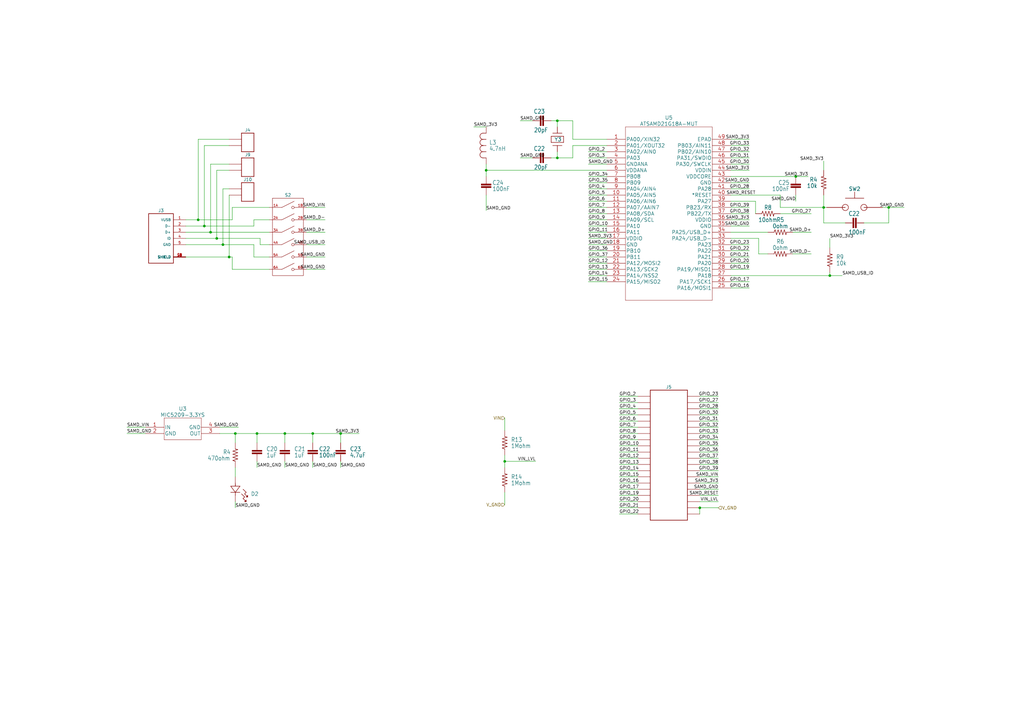
<source format=kicad_sch>
(kicad_sch (version 20230121) (generator eeschema)
  (paper "A3")
  (title_block (title "SAMD Microcontroller Board") (date "2023-03-28") (rev "1"))
  (lib_symbols
    (symbol "Custom_Microcontroller:10118193-0001LF" (pin_names (offset 1.016))
      (property "Reference" "J" (at -1.27 11.43 0))
      (symbol "10118193-0001LF_0_0"
        (rectangle (start -5.08 10.16) (end 5.08 -10.16) (stroke (width 0.254)))
        (pin passive line (at -10.16 7.62 0) (length 5.08) (name "VUSB") (number "1"))
        (pin passive line (at -10.16 5.08 0) (length 5.08) (name "D-") (number "2"))
        (pin passive line (at -10.16 2.54 0) (length 5.08) (name "D+") (number "3"))
        (pin passive line (at -10.16 0 0) (length 5.08) (name "ID") (number "4"))
        (pin passive line (at -10.16 -2.54 0) (length 5.08) (name "GND") (number "5"))
        (pin passive line (at -10.16 -7.62 0) (length 5.08) (name "SHIELD") (number "S1"))
        (pin passive line (at -10.16 -7.62 0) (length 5.08) (name "SHIELD") (number "S2"))
        (pin passive line (at -10.16 -7.62 0) (length 5.08) (name "SHIELD") (number "S3"))
        (pin passive line (at -10.16 -7.62 0) (length 5.08) (name "SHIELD") (number "S4"))
        (pin passive line (at -10.16 -7.62 0) (length 5.08) (name "SHIELD") (number "S5"))
        (pin passive line (at -10.16 -7.62 0) (length 5.08) (name "SHIELD") (number "S6"))
      )
    )
    (symbol "Custom_Microcontroller:ATSAMD21G18A-MUT" (pin_names (offset 0.254))
      (property "Reference" "U" (at 0 36.83 0))
      (property "Value" "ATSAMD21G18A-MUT" (at 0 34.29 0))
      (symbol "ATSAMD21G18A-MUT_1_1"
        (polyline (pts (xy -17.78 -39.37) (xy 17.78 -39.37)) (stroke (width 0.127)))
        (polyline (pts (xy -17.78 31.75) (xy -17.78 -39.37)) (stroke (width 0.127)))
        (polyline (pts (xy 17.78 -39.37) (xy 17.78 31.75)) (stroke (width 0.127)))
        (polyline (pts (xy 17.78 31.75) (xy -17.78 31.75)) (stroke (width 0.127)))
        (pin passive line (at -25.4 26.67 0) (length 7.62) (name "PA00/XIN32") (number "1"))
        (pin passive line (at -25.4 3.81 0) (length 7.62) (name "PA05/AIN5") (number "10"))
        (pin passive line (at -25.4 1.27 0) (length 7.62) (name "PA06/AIN6") (number "11"))
        (pin passive line (at -25.4 -1.27 0) (length 7.62) (name "PA07/AAIN7") (number "12"))
        (pin passive line (at -25.4 -3.81 0) (length 7.62) (name "PA08/SDA") (number "13"))
        (pin passive line (at -25.4 -6.35 0) (length 7.62) (name "PA09/SCL") (number "14"))
        (pin passive line (at -25.4 -8.89 0) (length 7.62) (name "PA10") (number "15"))
        (pin passive line (at -25.4 -11.43 0) (length 7.62) (name "PA11") (number "16"))
        (pin passive line (at -25.4 -13.97 0) (length 7.62) (name "VDDIO") (number "17"))
        (pin passive line (at -25.4 -16.51 0) (length 7.62) (name "GND") (number "18"))
        (pin passive line (at -25.4 -19.05 0) (length 7.62) (name "PB10") (number "19"))
        (pin passive line (at -25.4 24.13 0) (length 7.62) (name "PA01/XOUT32") (number "2"))
        (pin passive line (at -25.4 -21.59 0) (length 7.62) (name "PB11") (number "20"))
        (pin passive line (at -25.4 -24.13 0) (length 7.62) (name "PA12/MOSI2") (number "21"))
        (pin passive line (at -25.4 -26.67 0) (length 7.62) (name "PA13/SCK2") (number "22"))
        (pin passive line (at -25.4 -29.21 0) (length 7.62) (name "PA14/NSS2") (number "23"))
        (pin passive line (at -25.4 -31.75 0) (length 7.62) (name "PA15/MISO2") (number "24"))
        (pin passive line (at 25.4 -34.29 180) (length 7.62) (name "PA16/MOSI1") (number "25"))
        (pin passive line (at 25.4 -31.75 180) (length 7.62) (name "PA17/SCK1") (number "26"))
        (pin passive line (at 25.4 -29.21 180) (length 7.62) (name "PA18") (number "27"))
        (pin passive line (at 25.4 -26.67 180) (length 7.62) (name "PA19/MISO1") (number "28"))
        (pin passive line (at 25.4 -24.13 180) (length 7.62) (name "PA20") (number "29"))
        (pin passive line (at -25.4 21.59 0) (length 7.62) (name "PA02/AIN0") (number "3"))
        (pin passive line (at 25.4 -21.59 180) (length 7.62) (name "PA21") (number "30"))
        (pin passive line (at 25.4 -19.05 180) (length 7.62) (name "PA22") (number "31"))
        (pin passive line (at 25.4 -16.51 180) (length 7.62) (name "PA23") (number "32"))
        (pin passive line (at 25.4 -13.97 180) (length 7.62) (name "PA24/USB_D-") (number "33"))
        (pin passive line (at 25.4 -11.43 180) (length 7.62) (name "PA25/USB_D+") (number "34"))
        (pin passive line (at 25.4 -8.89 180) (length 7.62) (name "GND") (number "35"))
        (pin passive line (at 25.4 -6.35 180) (length 7.62) (name "VDDIO") (number "36"))
        (pin passive line (at 25.4 -3.81 180) (length 7.62) (name "PB22/TX") (number "37"))
        (pin passive line (at 25.4 -1.27 180) (length 7.62) (name "PB23/RX") (number "38"))
        (pin passive line (at 25.4 1.27 180) (length 7.62) (name "PA27") (number "39"))
        (pin passive line (at -25.4 19.05 0) (length 7.62) (name "PA03") (number "4"))
        (pin passive line (at 25.4 3.81 180) (length 7.62) (name "*RESET") (number "40"))
        (pin passive line (at 25.4 6.35 180) (length 7.62) (name "PA28") (number "41"))
        (pin passive line (at 25.4 8.89 180) (length 7.62) (name "GND") (number "42"))
        (pin passive line (at 25.4 11.43 180) (length 7.62) (name "VDDCORE") (number "43"))
        (pin passive line (at 25.4 13.97 180) (length 7.62) (name "VDDIN") (number "44"))
        (pin passive line (at 25.4 16.51 180) (length 7.62) (name "PA30/SWCLK") (number "45"))
        (pin passive line (at 25.4 19.05 180) (length 7.62) (name "PA31/SWDIO") (number "46"))
        (pin passive line (at 25.4 21.59 180) (length 7.62) (name "PB02/AIN10") (number "47"))
        (pin passive line (at 25.4 24.13 180) (length 7.62) (name "PB03/AIN11") (number "48"))
        (pin passive line (at 25.4 26.67 180) (length 7.62) (name "EPAD") (number "49"))
        (pin passive line (at -25.4 16.51 0) (length 7.62) (name "GNDANA") (number "5"))
        (pin passive line (at -25.4 13.97 0) (length 7.62) (name "VDDANA") (number "6"))
        (pin passive line (at -25.4 11.43 0) (length 7.62) (name "PB08") (number "7"))
        (pin passive line (at -25.4 8.89 0) (length 7.62) (name "PB09") (number "8"))
        (pin passive line (at -25.4 6.35 0) (length 7.62) (name "PA04/AIN4") (number "9"))
      )
    )
    (symbol "Custom_Microcontroller:C_0603_100nF" (pin_numbers hide) (pin_names hide)
      (property "Reference" "C" (at -0.8599 2.4455 0))
      (property "Value" "100nF" (at -2.54 -5.08 0))
      (symbol "C_0603_100nF_1_0"
        (rectangle (start -0.762 -2.032) (end -0.254 2.032) (fill (type outline)))
        (polyline (pts (xy -1.27 0) (xy -0.762 0)) (stroke (width 0.1524)))
        (polyline (pts (xy 1.27 0) (xy 0.762 0)) (stroke (width 0.1524)))
        (rectangle (start 0.762 -2.032) (end 0.254 2.032) (fill (type outline)))
        (pin passive line (at -3.81 0 0) (length 2.54) (name "1") (number "1"))
        (pin passive line (at 3.81 0 180) (length 2.54) (name "2") (number "2"))
      )
    )
    (symbol "Custom_Microcontroller:C_0603_1uF" (pin_numbers hide) (pin_names hide)
      (property "Reference" "C" (at -0.8599 2.4455 0))
      (property "Value" "1uF" (at -2.0411 -4.699 0))
      (symbol "C_0603_1uF_1_0"
        (rectangle (start -0.762 -2.032) (end -0.254 2.032) (fill (type outline)))
        (polyline (pts (xy -1.27 0) (xy -0.762 0)) (stroke (width 0.1524)))
        (polyline (pts (xy 1.27 0) (xy 0.762 0)) (stroke (width 0.1524)))
        (rectangle (start 0.762 -2.032) (end 0.254 2.032) (fill (type outline)))
        (pin passive line (at -3.81 0 0) (length 2.54) (name "1") (number "1"))
        (pin passive line (at 3.81 0 180) (length 2.54) (name "2") (number "2"))
      )
    )
    (symbol "Custom_Microcontroller:C_0603_20pF" (pin_numbers hide) (pin_names hide)
      (property "Reference" "C" (at -0.8599 2.4455 0))
      (property "Value" "20pF" (at -2.54 -5.08 0))
      (symbol "C_0603_20pF_1_0"
        (rectangle (start -0.762 -2.032) (end -0.254 2.032) (fill (type outline)))
        (polyline (pts (xy -1.27 0) (xy -0.762 0)) (stroke (width 0.1524)))
        (polyline (pts (xy 1.27 0) (xy 0.762 0)) (stroke (width 0.1524)))
        (rectangle (start 0.762 -2.032) (end 0.254 2.032) (fill (type outline)))
        (pin passive line (at -3.81 0 0) (length 2.54) (name "1") (number "1"))
        (pin passive line (at 3.81 0 180) (length 2.54) (name "2") (number "2"))
      )
    )
    (symbol "Custom_Microcontroller:C_0603_4.7uF" (pin_numbers hide) (pin_names hide)
      (property "Reference" "C" (at -0.8599 2.4455 0))
      (property "Value" "4.7uF" (at -2.0411 -4.699 0))
      (symbol "C_0603_4.7uF_1_0"
        (rectangle (start -0.762 -2.032) (end -0.254 2.032) (fill (type outline)))
        (polyline (pts (xy -1.27 0) (xy -0.762 0)) (stroke (width 0.1524)))
        (polyline (pts (xy 1.27 0) (xy 0.762 0)) (stroke (width 0.1524)))
        (rectangle (start 0.762 -2.032) (end 0.254 2.032) (fill (type outline)))
        (pin passive line (at -3.81 0 0) (length 2.54) (name "1") (number "1"))
        (pin passive line (at 3.81 0 180) (length 2.54) (name "2") (number "2"))
      )
    )
    (symbol "Custom_Microcontroller:Crystal_32.768kHz" (pin_numbers hide) (pin_names hide)
      (property "Reference" "Y" (at 0 4.445 0))
      (symbol "Crystal_32.768kHz_1_1"
        (polyline (pts (xy -2.54 -1.905) (xy -2.54 1.905)) (stroke (width 0.2032)))
        (polyline (pts (xy -1.27 -2.54) (xy -1.27 2.54)) (stroke (width 0.2032)))
        (polyline (pts (xy -1.27 2.54) (xy 1.27 2.54)) (stroke (width 0.2032)))
        (polyline (pts (xy 1.27 -2.54) (xy -1.27 -2.54)) (stroke (width 0.2032)))
        (polyline (pts (xy 1.27 2.54) (xy 1.27 -2.54)) (stroke (width 0.2032)))
        (polyline (pts (xy 2.54 -1.905) (xy 2.54 1.905)) (stroke (width 0.2032)))
        (pin passive line (at -5.08 0 0) (length 2.54) (name "1") (number "1"))
        (pin passive line (at 5.08 0 180) (length 2.54) (name "2") (number "2"))
      )
    )
    (symbol "Custom_Microcontroller:HEADER-1X2" (pin_numbers hide) (pin_names hide)
      (property "Reference" "J" (at 0 6.35 0))
      (symbol "HEADER-1X2_1_0"
        (polyline (pts (xy -2.54 -2.54) (xy -2.54 5.08)) (stroke (width 0.254)))
        (polyline (pts (xy -2.54 5.08) (xy 2.54 5.08)) (stroke (width 0.254)))
        (polyline (pts (xy 2.54 -2.54) (xy -2.54 -2.54)) (stroke (width 0.254)))
        (polyline (pts (xy 2.54 5.08) (xy 2.54 -2.54)) (stroke (width 0.254)))
        (pin passive line (at 7.62 2.54 180) (length 5.08) (name "1") (number "1"))
        (pin passive line (at 7.62 0 180) (length 5.08) (name "2") (number "2"))
      )
    )
    (symbol "Custom_Microcontroller:HEADER-2x20" (pin_numbers hide) (pin_names hide)
      (property "Reference" "J" (at -1.27 27.94 0))
      (symbol "HEADER-2x20_1_0"
        (polyline (pts (xy -7.62 -26.67) (xy -7.62 26.67)) (stroke (width 0.254)))
        (polyline (pts (xy -7.62 26.67) (xy 7.62 26.67)) (stroke (width 0.254)))
        (polyline (pts (xy 7.62 -26.67) (xy -7.62 -26.67)) (stroke (width 0.254)))
        (polyline (pts (xy 7.62 26.67) (xy 7.62 -26.67)) (stroke (width 0.254)))
        (pin passive line (at -12.7 24.13 0) (length 5.08) (name "1") (number "P$1"))
        (pin passive line (at -12.7 1.27 0) (length 5.08) (name "10") (number "P$10"))
        (pin passive line (at -12.7 -1.27 0) (length 5.08) (name "11") (number "P$11"))
        (pin passive line (at -12.7 -3.81 0) (length 5.08) (name "12") (number "P$12"))
        (pin passive line (at -12.7 -6.35 0) (length 5.08) (name "13") (number "P$13"))
        (pin passive line (at -12.7 -8.89 0) (length 5.08) (name "14") (number "P$14"))
        (pin passive line (at -12.7 -11.43 0) (length 5.08) (name "15") (number "P$15"))
        (pin passive line (at -12.7 -13.97 0) (length 5.08) (name "16") (number "P$16"))
        (pin passive line (at -12.7 -16.51 0) (length 5.08) (name "17") (number "P$17"))
        (pin passive line (at -12.7 -19.05 0) (length 5.08) (name "18") (number "P$18"))
        (pin passive line (at -12.7 -21.59 0) (length 5.08) (name "19") (number "P$19"))
        (pin passive line (at -12.7 21.59 0) (length 5.08) (name "2") (number "P$2"))
        (pin passive line (at -12.7 -24.13 0) (length 5.08) (name "20") (number "P$20"))
        (pin passive line (at 12.7 24.13 180) (length 5.08) (name "21") (number "P$21"))
        (pin passive line (at 12.7 21.59 180) (length 5.08) (name "22") (number "P$22"))
        (pin passive line (at 12.7 19.05 180) (length 5.08) (name "23") (number "P$23"))
        (pin passive line (at 12.7 16.51 180) (length 5.08) (name "24") (number "P$24"))
        (pin passive line (at 12.7 13.97 180) (length 5.08) (name "25") (number "P$25"))
        (pin passive line (at 12.7 11.43 180) (length 5.08) (name "26") (number "P$26"))
        (pin passive line (at 12.7 8.89 180) (length 5.08) (name "27") (number "P$27"))
        (pin passive line (at 12.7 6.35 180) (length 5.08) (name "28") (number "P$28"))
        (pin passive line (at 12.7 3.81 180) (length 5.08) (name "29") (number "P$29"))
        (pin passive line (at -12.7 19.05 0) (length 5.08) (name "3") (number "P$3"))
        (pin passive line (at 12.7 1.27 180) (length 5.08) (name "30") (number "P$30"))
        (pin passive line (at 12.7 -1.27 180) (length 5.08) (name "31") (number "P$31"))
        (pin passive line (at 12.7 -3.81 180) (length 5.08) (name "32") (number "P$32"))
        (pin passive line (at 12.7 -6.35 180) (length 5.08) (name "33") (number "P$33"))
        (pin passive line (at 12.7 -8.89 180) (length 5.08) (name "34") (number "P$34"))
        (pin passive line (at 12.7 -11.43 180) (length 5.08) (name "35") (number "P$35"))
        (pin passive line (at 12.7 -13.97 180) (length 5.08) (name "36") (number "P$36"))
        (pin passive line (at 12.7 -16.51 180) (length 5.08) (name "37") (number "P$37"))
        (pin passive line (at 12.7 -19.05 180) (length 5.08) (name "38") (number "P$38"))
        (pin passive line (at 12.7 -21.59 180) (length 5.08) (name "39") (number "P$39"))
        (pin passive line (at -12.7 16.51 0) (length 5.08) (name "4") (number "P$4"))
        (pin passive line (at 12.7 -24.13 180) (length 5.08) (name "40") (number "P$40"))
        (pin passive line (at -12.7 13.97 0) (length 5.08) (name "5") (number "P$5"))
        (pin passive line (at -12.7 11.43 0) (length 5.08) (name "6") (number "P$6"))
        (pin passive line (at -12.7 8.89 0) (length 5.08) (name "7") (number "P$7"))
        (pin passive line (at -12.7 6.35 0) (length 5.08) (name "8") (number "P$8"))
        (pin passive line (at -12.7 3.81 0) (length 5.08) (name "9") (number "P$9"))
      )
    )
    (symbol "Custom_Microcontroller:LED_0603_Orange" (pin_numbers hide) (pin_names hide)
      (property "Reference" "D" (at 0 5.08 0))
      (symbol "LED_0603_Orange_1_1"
        (polyline (pts (xy -2.54 0) (xy -1.6002 0)) (stroke (width 0.2032)))
        (polyline (pts (xy -1.905 0) (xy -1.27 0)) (stroke (width 0.2032)))
        (polyline (pts (xy -1.27 -1.905) (xy 1.27 0)) (stroke (width 0.2032)))
        (polyline (pts (xy -1.27 1.905) (xy -1.27 -1.905)) (stroke (width 0.2032)))
        (polyline (pts (xy 0 3.175) (xy 1.27 4.445)) (stroke (width 0.2032)))
        (polyline (pts (xy 1.27 -1.905) (xy 1.27 1.905)) (stroke (width 0.2032)))
        (polyline (pts (xy 1.27 0) (xy -1.27 1.905)) (stroke (width 0.2032)))
        (polyline (pts (xy 1.27 0) (xy 2.54 0)) (stroke (width 0.2032)))
        (polyline (pts (xy 1.27 4.445) (xy 1.905 3.81)) (stroke (width 0.2032)))
        (polyline (pts (xy 1.905 2.54) (xy 3.175 3.81)) (stroke (width 0.2032)))
        (polyline (pts (xy 1.905 3.81) (xy 3.175 5.08)) (stroke (width 0.2032)))
        (polyline (pts (xy 2.54 5.08) (xy 3.175 4.445)) (stroke (width 0.2032)))
        (polyline (pts (xy 3.175 3.81) (xy 3.81 3.175)) (stroke (width 0.2032)))
        (polyline (pts (xy 3.175 4.445) (xy 3.175 5.08)) (stroke (width 0.2032)))
        (polyline (pts (xy 3.175 5.08) (xy 2.54 5.08)) (stroke (width 0.2032)))
        (polyline (pts (xy 3.81 3.175) (xy 5.08 4.445)) (stroke (width 0.2032)))
        (polyline (pts (xy 4.445 4.445) (xy 5.08 3.81)) (stroke (width 0.2032)))
        (polyline (pts (xy 5.08 3.81) (xy 5.08 4.445)) (stroke (width 0.2032)))
        (polyline (pts (xy 5.08 4.445) (xy 4.445 4.445)) (stroke (width 0.2032)))
        (pin passive line (at 5.08 0 180) (length 2.54) (name "1") (number "1"))
        (pin passive line (at -5.08 0 0) (length 2.54) (name "2") (number "2"))
      )
    )
    (symbol "Custom_Microcontroller:L_0603_4.7nH" (pin_numbers hide) (pin_names hide)
      (property "Reference" "L" (at -0.3447 3.2395 0))
      (property "Value" "4.7nH" (at -3.81 -3.81 0))
      (symbol "L_0603_4.7nH_1_0"
        (pin passive line (at -7.62 0 0) (length 2.54) (name "1") (number "1"))
        (pin passive line (at 7.62 0 180) (length 2.54) (name "2") (number "2"))
      )
      (symbol "L_0603_4.7nH_1_1"
        (arc (start -2.54 1.2755) (mid -3.81 2.54) (end -5.08 1.2755) (stroke (width 0.2032)))
        (polyline (pts (xy -5.08 0) (xy -5.08 1.27)) (stroke (width 0.2032)))
        (polyline (pts (xy -2.54 0) (xy -2.54 1.27)) (stroke (width 0.2032)))
        (polyline (pts (xy 0 0) (xy 0 1.27)) (stroke (width 0.2032)))
        (polyline (pts (xy 2.54 0) (xy 2.54 1.27)) (stroke (width 0.2032)))
        (polyline (pts (xy 5.08 0) (xy 5.08 1.27)) (stroke (width 0.2032)))
        (arc (start 0 1.2755) (mid -1.27 2.54) (end -2.54 1.2755) (stroke (width 0.2032)))
        (arc (start 2.54 1.2755) (mid 1.27 2.54) (end 0 1.2755) (stroke (width 0.2032)))
        (arc (start 5.08 1.2755) (mid 3.81 2.54) (end 2.54 1.2755) (stroke (width 0.2032)))
      )
    )
    (symbol "Custom_Microcontroller:MIC5209-3.3YS" (pin_names (offset 0.254))
      (property "Reference" "U" (at 0 6.35 0))
      (property "Value" "MIC5209-3.3YS" (at 0 -5.08 0))
      (symbol "MIC5209-3.3YS_1_1"
        (polyline (pts (xy -7.62 -3.81) (xy 7.62 -3.81)) (stroke (width 0.127)))
        (polyline (pts (xy -7.62 5.08) (xy -7.62 -3.81)) (stroke (width 0.127)))
        (polyline (pts (xy 7.62 -3.81) (xy 7.62 5.08)) (stroke (width 0.127)))
        (polyline (pts (xy 7.62 5.08) (xy -7.62 5.08)) (stroke (width 0.127)))
        (pin passive line (at -15.24 1.27 0) (length 7.62) (name "IN") (number "1"))
        (pin passive line (at -15.24 -1.27 0) (length 7.62) (name "GND") (number "2"))
        (pin passive line (at 15.24 -1.27 180) (length 7.62) (name "OUT") (number "3"))
        (pin passive line (at 15.24 1.27 180) (length 7.62) (name "GND") (number "4"))
      )
    )
    (symbol "Custom_Microcontroller:PTS636_SK25J_SMTR_LFS" (pin_numbers hide) (pin_names (offset 0.254) hide)
      (property "Reference" "SW" (at 0 7.62 0))
      (symbol "PTS636_SK25J_SMTR_LFS_1_1"
        (circle (center -3.81 0) (radius 1.27) (stroke (width 0.2)))
        (polyline (pts (xy 0 3.81) (xy 0 6.35)) (stroke (width 0.2)))
        (polyline (pts (xy 3.81 3.81) (xy -3.81 3.81)) (stroke (width 0.2)))
        (circle (center 3.81 0) (radius 1.27) (stroke (width 0.2)))
        (pin passive line (at -11.43 0 0) (length 7.62) (name "1") (number "1"))
        (pin passive line (at 11.43 0 180) (length 7.62) (name "2") (number "2"))
      )
    )
    (symbol "Custom_Microcontroller:R_0603_0ohm" (pin_numbers hide) (pin_names hide)
      (property "Reference" "R" (at -0.8054 1.519 0))
      (property "Value" "0ohm" (at -3.81 -3.81 0))
      (symbol "R_0603_0ohm_1_0"
        (polyline (pts (xy -2.54 0) (xy -2.159 1.016)) (stroke (width 0.2032)))
        (polyline (pts (xy -2.159 1.016) (xy -1.524 -1.016)) (stroke (width 0.2032)))
        (polyline (pts (xy -1.524 -1.016) (xy -0.889 1.016)) (stroke (width 0.2032)))
        (polyline (pts (xy -0.889 1.016) (xy -0.254 -1.016)) (stroke (width 0.2032)))
        (polyline (pts (xy -0.254 -1.016) (xy 0.381 1.016)) (stroke (width 0.2032)))
        (polyline (pts (xy 0.381 1.016) (xy 1.016 -1.016)) (stroke (width 0.2032)))
        (polyline (pts (xy 1.016 -1.016) (xy 1.651 1.016)) (stroke (width 0.2032)))
        (polyline (pts (xy 1.651 1.016) (xy 2.286 -1.016)) (stroke (width 0.2032)))
        (polyline (pts (xy 2.286 -1.016) (xy 2.54 0)) (stroke (width 0.2032)))
        (pin passive line (at -5.08 0 0) (length 2.54) (name "1") (number "1"))
        (pin passive line (at 5.08 0 180) (length 2.54) (name "2") (number "2"))
      )
    )
    (symbol "Custom_Microcontroller:R_0603_10kohm" (pin_numbers hide) (pin_names hide)
      (property "Reference" "R" (at -0.8054 1.519 0))
      (property "Value" "10k" (at -1.27 -3.81 0))
      (symbol "R_0603_10kohm_1_0"
        (polyline (pts (xy -2.54 0) (xy -2.159 1.016)) (stroke (width 0.2032)))
        (polyline (pts (xy -2.159 1.016) (xy -1.524 -1.016)) (stroke (width 0.2032)))
        (polyline (pts (xy -1.524 -1.016) (xy -0.889 1.016)) (stroke (width 0.2032)))
        (polyline (pts (xy -0.889 1.016) (xy -0.254 -1.016)) (stroke (width 0.2032)))
        (polyline (pts (xy -0.254 -1.016) (xy 0.381 1.016)) (stroke (width 0.2032)))
        (polyline (pts (xy 0.381 1.016) (xy 1.016 -1.016)) (stroke (width 0.2032)))
        (polyline (pts (xy 1.016 -1.016) (xy 1.651 1.016)) (stroke (width 0.2032)))
        (polyline (pts (xy 1.651 1.016) (xy 2.286 -1.016)) (stroke (width 0.2032)))
        (polyline (pts (xy 2.286 -1.016) (xy 2.54 0)) (stroke (width 0.2032)))
        (pin passive line (at -5.08 0 0) (length 2.54) (name "1") (number "1"))
        (pin passive line (at 5.08 0 180) (length 2.54) (name "2") (number "2"))
      )
    )
    (symbol "Custom_Microcontroller:R_0603_10ohm" (pin_numbers hide) (pin_names hide)
      (property "Reference" "R" (at -0.8054 1.519 0))
      (property "Value" "10ohm" (at -3.81 -3.81 0))
      (symbol "R_0603_10ohm_1_0"
        (polyline (pts (xy -2.54 0) (xy -2.159 1.016)) (stroke (width 0.2032)))
        (polyline (pts (xy -2.159 1.016) (xy -1.524 -1.016)) (stroke (width 0.2032)))
        (polyline (pts (xy -1.524 -1.016) (xy -0.889 1.016)) (stroke (width 0.2032)))
        (polyline (pts (xy -0.889 1.016) (xy -0.254 -1.016)) (stroke (width 0.2032)))
        (polyline (pts (xy -0.254 -1.016) (xy 0.381 1.016)) (stroke (width 0.2032)))
        (polyline (pts (xy 0.381 1.016) (xy 1.016 -1.016)) (stroke (width 0.2032)))
        (polyline (pts (xy 1.016 -1.016) (xy 1.651 1.016)) (stroke (width 0.2032)))
        (polyline (pts (xy 1.651 1.016) (xy 2.286 -1.016)) (stroke (width 0.2032)))
        (polyline (pts (xy 2.286 -1.016) (xy 2.54 0)) (stroke (width 0.2032)))
        (pin passive line (at -5.08 0 0) (length 2.54) (name "1") (number "1"))
        (pin passive line (at 5.08 0 180) (length 2.54) (name "2") (number "2"))
      )
    )
    (symbol "Custom_Microcontroller:R_0603_1Mohm" (pin_numbers hide) (pin_names hide)
      (property "Reference" "R" (at -0.8054 1.519 0))
      (property "Value" "1Mohm" (at -3.81 -3.81 0))
      (symbol "R_0603_1Mohm_1_0"
        (polyline (pts (xy -2.54 0) (xy -2.159 1.016)) (stroke (width 0.2032)))
        (polyline (pts (xy -2.159 1.016) (xy -1.524 -1.016)) (stroke (width 0.2032)))
        (polyline (pts (xy -1.524 -1.016) (xy -0.889 1.016)) (stroke (width 0.2032)))
        (polyline (pts (xy -0.889 1.016) (xy -0.254 -1.016)) (stroke (width 0.2032)))
        (polyline (pts (xy -0.254 -1.016) (xy 0.381 1.016)) (stroke (width 0.2032)))
        (polyline (pts (xy 0.381 1.016) (xy 1.016 -1.016)) (stroke (width 0.2032)))
        (polyline (pts (xy 1.016 -1.016) (xy 1.651 1.016)) (stroke (width 0.2032)))
        (polyline (pts (xy 1.651 1.016) (xy 2.286 -1.016)) (stroke (width 0.2032)))
        (polyline (pts (xy 2.286 -1.016) (xy 2.54 0)) (stroke (width 0.2032)))
        (pin passive line (at -5.08 0 0) (length 2.54) (name "1") (number "1"))
        (pin passive line (at 5.08 0 180) (length 2.54) (name "2") (number "2"))
      )
    )
    (symbol "Custom_Microcontroller:R_0603_470ohm" (pin_numbers hide) (pin_names hide)
      (property "Reference" "R" (at -0.8054 1.519 0))
      (property "Value" "470ohm" (at -3.81 -3.81 0))
      (symbol "R_0603_470ohm_1_0"
        (polyline (pts (xy -2.54 0) (xy -2.159 1.016)) (stroke (width 0.2032)))
        (polyline (pts (xy -2.159 1.016) (xy -1.524 -1.016)) (stroke (width 0.2032)))
        (polyline (pts (xy -1.524 -1.016) (xy -0.889 1.016)) (stroke (width 0.2032)))
        (polyline (pts (xy -0.889 1.016) (xy -0.254 -1.016)) (stroke (width 0.2032)))
        (polyline (pts (xy -0.254 -1.016) (xy 0.381 1.016)) (stroke (width 0.2032)))
        (polyline (pts (xy 0.381 1.016) (xy 1.016 -1.016)) (stroke (width 0.2032)))
        (polyline (pts (xy 1.016 -1.016) (xy 1.651 1.016)) (stroke (width 0.2032)))
        (polyline (pts (xy 1.651 1.016) (xy 2.286 -1.016)) (stroke (width 0.2032)))
        (polyline (pts (xy 2.286 -1.016) (xy 2.54 0)) (stroke (width 0.2032)))
        (pin passive line (at -5.08 0 0) (length 2.54) (name "1") (number "1"))
        (pin passive line (at 5.08 0 180) (length 2.54) (name "2") (number "2"))
      )
    )
    (symbol "Custom_Microcontroller:Switch_6POS" (pin_names (offset 1.016) hide)
      (property "Reference" "S" (at -1.27 17.78 0))
      (symbol "Switch_6POS_0_0"
        (polyline (pts (xy -2.54 -12.7) (xy 2.54 -10.16)) (stroke (width 0.1524)))
        (polyline (pts (xy -2.54 -7.62) (xy 2.54 -5.08)) (stroke (width 0.1524)))
        (polyline (pts (xy -2.54 -2.54) (xy 2.54 0)) (stroke (width 0.1524)))
        (polyline (pts (xy -2.54 2.54) (xy 2.54 5.08)) (stroke (width 0.1524)))
        (polyline (pts (xy -2.54 7.62) (xy 2.54 10.16)) (stroke (width 0.1524)))
        (polyline (pts (xy -2.54 12.7) (xy 2.54 15.24)) (stroke (width 0.1524)))
        (circle (center 2.032 -12.7) (radius 0.508) (stroke (width 0.1524)))
        (circle (center 2.032 -7.62) (radius 0.508) (stroke (width 0.1524)))
        (circle (center 2.032 -2.54) (radius 0.508) (stroke (width 0.1524)))
        (circle (center 2.032 2.54) (radius 0.508) (stroke (width 0.1524)))
        (circle (center 2.032 7.62) (radius 0.508) (stroke (width 0.1524)))
        (circle (center 2.032 12.7) (radius 0.508) (stroke (width 0.1524)))
        (pin passive line (at -7.62 12.7 0) (length 5.08) (name "~") (number "1A"))
        (pin passive line (at 7.62 12.7 180) (length 5.08) (name "~") (number "1B"))
        (pin passive line (at -7.62 7.62 0) (length 5.08) (name "~") (number "2A"))
        (pin passive line (at 7.62 7.62 180) (length 5.08) (name "~") (number "2B"))
        (pin passive line (at -7.62 2.54 0) (length 5.08) (name "~") (number "3A"))
        (pin passive line (at 7.62 2.54 180) (length 5.08) (name "~") (number "3B"))
        (pin passive line (at -7.62 -2.54 0) (length 5.08) (name "~") (number "4A"))
        (pin passive line (at 7.62 -2.54 180) (length 5.08) (name "~") (number "4B"))
        (pin passive line (at -7.62 -7.62 0) (length 5.08) (name "~") (number "5A"))
        (pin passive line (at 7.62 -7.62 180) (length 5.08) (name "~") (number "5B"))
        (pin passive line (at -7.62 -12.7 0) (length 5.08) (name "~") (number "6A"))
        (pin passive line (at 7.62 -12.7 180) (length 5.08) (name "~") (number "6B"))
      )
      (symbol "Switch_6POS_1_1"
        (rectangle (start -6.35 16.51) (end 6.35 -15.24))
      )
    )
  )
  (junction (at 340.36 113.03))
  (junction (at 207.01 189.23))
  (junction (at 116.84 177.8))
  (junction (at 93.98 105.41))
  (junction (at 88.9 97.79))
  (junction (at 199.39 69.85))
  (junction (at 228.6 64.77))
  (junction (at 83.82 92.71))
  (junction (at 81.28 90.17))
  (junction (at 91.44 100.33))
  (junction (at 105.41 177.8))
  (junction (at 337.82 85.09))
  (junction (at 287.02 208.28))
  (junction (at 139.7 177.8))
  (junction (at 96.52 177.8))
  (junction (at 128.27 177.8))
  (junction (at 326.39 72.39))
  (junction (at 86.36 95.25))
  (junction (at 228.6 49.53))
  (junction (at 364.49 85.09))
  (wire (pts (xy 287.02 185.42) (xy 294.64 185.42)))
  (wire (pts (xy 228.6 52.07) (xy 228.6 49.53)))
  (wire (pts (xy 261.62 210.82) (xy 254 210.82)))
  (wire (pts (xy 128.27 189.23) (xy 128.27 191.77)))
  (wire (pts (xy 299.72 95.25) (xy 314.96 95.25)))
  (wire (pts (xy 234.95 59.69) (xy 234.95 64.77)))
  (wire (pts (xy 261.62 185.42) (xy 254 185.42)))
  (wire (pts (xy 105.41 177.8) (xy 105.41 181.61)))
  (wire (pts (xy 261.62 193.04) (xy 254 193.04)))
  (wire (pts (xy 261.62 162.56) (xy 254 162.56)))
  (wire (pts (xy 234.95 59.69) (xy 248.92 59.69)))
  (wire (pts (xy 287.02 198.12) (xy 294.64 198.12)))
  (wire (pts (xy 261.62 165.1) (xy 254 165.1)))
  (wire (pts (xy 139.7 189.23) (xy 139.7 191.77)))
  (wire (pts (xy 287.02 205.74) (xy 294.64 205.74)))
  (wire (pts (xy 128.27 177.8) (xy 128.27 181.61)))
  (wire (pts (xy 105.41 177.8) (xy 116.84 177.8)))
  (wire (pts (xy 139.7 177.8) (xy 139.7 181.61)))
  (wire (pts (xy 59.69 177.8) (xy 52.07 177.8)))
  (wire (pts (xy 241.3 74.93) (xy 248.92 74.93)))
  (wire (pts (xy 287.02 162.56) (xy 294.64 162.56)))
  (wire (pts (xy 76.2 90.17) (xy 81.28 90.17)))
  (wire (pts (xy 234.95 49.53) (xy 228.6 49.53)))
  (wire (pts (xy 326.39 72.39) (xy 299.72 72.39)))
  (wire (pts (xy 299.72 62.23) (xy 307.34 62.23)))
  (wire (pts (xy 337.82 91.44) (xy 337.82 85.09)))
  (wire (pts (xy 96.52 191.77) (xy 96.52 195.58)))
  (wire (pts (xy 261.62 182.88) (xy 254 182.88)))
  (wire (pts (xy 299.72 90.17) (xy 307.34 90.17)))
  (wire (pts (xy 261.62 180.34) (xy 254 180.34)))
  (wire (pts (xy 261.62 203.2) (xy 254 203.2)))
  (wire (pts (xy 311.15 97.79) (xy 311.15 104.14)))
  (wire (pts (xy 299.72 69.85) (xy 307.34 69.85)))
  (wire (pts (xy 325.12 95.25) (xy 332.74 95.25)))
  (wire (pts (xy 96.52 205.74) (xy 96.52 208.28)))
  (wire (pts (xy 364.49 91.44) (xy 364.49 85.09)))
  (wire (pts (xy 299.72 67.31) (xy 307.34 67.31)))
  (wire (pts (xy 228.6 64.77) (xy 226.06 64.77)))
  (wire (pts (xy 299.72 102.87) (xy 307.34 102.87)))
  (wire (pts (xy 287.02 170.18) (xy 294.64 170.18)))
  (wire (pts (xy 261.62 187.96) (xy 254 187.96)))
  (wire (pts (xy 125.73 95.25) (xy 133.35 95.25)))
  (wire (pts (xy 261.62 167.64) (xy 254 167.64)))
  (wire (pts (xy 218.44 64.77) (xy 213.36 64.77)))
  (wire (pts (xy 88.9 97.79) (xy 106.68 97.79)))
  (wire (pts (xy 287.02 182.88) (xy 294.64 182.88)))
  (wire (pts (xy 234.95 64.77) (xy 228.6 64.77)))
  (wire (pts (xy 248.92 80.01) (xy 241.3 80.01)))
  (wire (pts (xy 96.52 177.8) (xy 105.41 177.8)))
  (wire (pts (xy 76.2 95.25) (xy 86.36 95.25)))
  (wire (pts (xy 337.82 80.01) (xy 337.82 85.09)))
  (wire (pts (xy 248.92 67.31) (xy 241.3 67.31)))
  (wire (pts (xy 287.02 203.2) (xy 294.64 203.2)))
  (wire (pts (xy 91.44 77.47) (xy 91.44 100.33)))
  (wire (pts (xy 116.84 177.8) (xy 116.84 181.61)))
  (wire (pts (xy 125.73 100.33) (xy 133.35 100.33)))
  (wire (pts (xy 261.62 198.12) (xy 254 198.12)))
  (wire (pts (xy 104.14 100.33) (xy 104.14 105.41)))
  (wire (pts (xy 76.2 92.71) (xy 83.82 92.71)))
  (wire (pts (xy 90.17 177.8) (xy 96.52 177.8)))
  (wire (pts (xy 299.72 80.01) (xy 320.04 80.01)))
  (wire (pts (xy 76.2 105.41) (xy 93.98 105.41)))
  (wire (pts (xy 287.02 200.66) (xy 294.64 200.66)))
  (wire (pts (xy 248.92 90.17) (xy 241.3 90.17)))
  (wire (pts (xy 234.95 57.15) (xy 234.95 49.53)))
  (wire (pts (xy 248.92 100.33) (xy 241.3 100.33)))
  (wire (pts (xy 354.33 91.44) (xy 364.49 91.44)))
  (wire (pts (xy 81.28 90.17) (xy 95.25 90.17)))
  (wire (pts (xy 299.72 118.11) (xy 307.34 118.11)))
  (wire (pts (xy 248.92 85.09) (xy 241.3 85.09)))
  (wire (pts (xy 93.98 57.15) (xy 81.28 57.15)))
  (wire (pts (xy 128.27 177.8) (xy 139.7 177.8)))
  (wire (pts (xy 234.95 57.15) (xy 248.92 57.15)))
  (wire (pts (xy 325.12 104.14) (xy 332.74 104.14)))
  (wire (pts (xy 261.62 190.5) (xy 254 190.5)))
  (wire (pts (xy 248.92 77.47) (xy 241.3 77.47)))
  (wire (pts (xy 139.7 177.8) (xy 147.32 177.8)))
  (wire (pts (xy 340.36 97.79) (xy 340.36 101.6)))
  (wire (pts (xy 76.2 100.33) (xy 91.44 100.33)))
  (wire (pts (xy 91.44 100.33) (xy 104.14 100.33)))
  (wire (pts (xy 346.71 91.44) (xy 337.82 91.44)))
  (wire (pts (xy 261.62 200.66) (xy 254 200.66)))
  (wire (pts (xy 261.62 205.74) (xy 254 205.74)))
  (wire (pts (xy 299.72 97.79) (xy 311.15 97.79)))
  (wire (pts (xy 299.72 57.15) (xy 307.34 57.15)))
  (wire (pts (xy 261.62 172.72) (xy 254 172.72)))
  (wire (pts (xy 228.6 62.23) (xy 228.6 64.77)))
  (wire (pts (xy 248.92 95.25) (xy 241.3 95.25)))
  (wire (pts (xy 95.25 90.17) (xy 95.25 85.09)))
  (wire (pts (xy 299.72 100.33) (xy 307.34 100.33)))
  (wire (pts (xy 364.49 85.09) (xy 370.84 85.09)))
  (wire (pts (xy 93.98 77.47) (xy 91.44 77.47)))
  (wire (pts (xy 199.39 80.01) (xy 199.39 86.36)))
  (wire (pts (xy 125.73 85.09) (xy 133.35 85.09)))
  (wire (pts (xy 248.92 110.49) (xy 241.3 110.49)))
  (wire (pts (xy 93.98 67.31) (xy 86.36 67.31)))
  (wire (pts (xy 104.14 92.71) (xy 104.14 90.17)))
  (wire (pts (xy 241.3 105.41) (xy 248.92 105.41)))
  (wire (pts (xy 320.04 87.63) (xy 332.74 87.63)))
  (wire (pts (xy 207.01 186.69) (xy 207.01 189.23)))
  (wire (pts (xy 199.39 69.85) (xy 199.39 72.39)))
  (wire (pts (xy 299.72 105.41) (xy 307.34 105.41)))
  (wire (pts (xy 261.62 195.58) (xy 254 195.58)))
  (wire (pts (xy 294.64 177.8) (xy 287.02 177.8)))
  (wire (pts (xy 125.73 90.17) (xy 133.35 90.17)))
  (wire (pts (xy 93.98 69.85) (xy 88.9 69.85)))
  (wire (pts (xy 337.82 85.09) (xy 320.04 85.09)))
  (wire (pts (xy 207.01 189.23) (xy 207.01 191.77)))
  (wire (pts (xy 299.72 74.93) (xy 307.34 74.93)))
  (wire (pts (xy 299.72 87.63) (xy 307.34 87.63)))
  (wire (pts (xy 90.17 175.26) (xy 97.79 175.26)))
  (wire (pts (xy 287.02 172.72) (xy 294.64 172.72)))
  (wire (pts (xy 248.92 87.63) (xy 241.3 87.63)))
  (wire (pts (xy 86.36 67.31) (xy 86.36 95.25)))
  (wire (pts (xy 287.02 195.58) (xy 294.64 195.58)))
  (wire (pts (xy 207.01 201.93) (xy 207.01 207.01)))
  (wire (pts (xy 287.02 165.1) (xy 294.64 165.1)))
  (wire (pts (xy 299.72 92.71) (xy 307.34 92.71)))
  (wire (pts (xy 248.92 107.95) (xy 241.3 107.95)))
  (wire (pts (xy 287.02 208.28) (xy 294.64 208.28)))
  (wire (pts (xy 93.98 59.69) (xy 83.82 59.69)))
  (wire (pts (xy 294.64 175.26) (xy 287.02 175.26)))
  (wire (pts (xy 218.44 49.53) (xy 213.36 49.53)))
  (wire (pts (xy 83.82 92.71) (xy 104.14 92.71)))
  (wire (pts (xy 81.28 57.15) (xy 81.28 90.17)))
  (wire (pts (xy 125.73 105.41) (xy 133.35 105.41)))
  (wire (pts (xy 261.62 208.28) (xy 254 208.28)))
  (wire (pts (xy 207.01 189.23) (xy 219.71 189.23)))
  (wire (pts (xy 105.41 189.23) (xy 105.41 191.77)))
  (wire (pts (xy 194.31 52.07) (xy 199.39 52.07)))
  (wire (pts (xy 104.14 90.17) (xy 110.49 90.17)))
  (wire (pts (xy 299.72 115.57) (xy 307.34 115.57)))
  (wire (pts (xy 337.82 66.04) (xy 337.82 69.85)))
  (wire (pts (xy 125.73 110.49) (xy 133.35 110.49)))
  (wire (pts (xy 86.36 95.25) (xy 110.49 95.25)))
  (wire (pts (xy 299.72 113.03) (xy 340.36 113.03)))
  (wire (pts (xy 228.6 49.53) (xy 226.06 49.53)))
  (wire (pts (xy 287.02 187.96) (xy 294.64 187.96)))
  (wire (pts (xy 104.14 105.41) (xy 110.49 105.41)))
  (wire (pts (xy 248.92 64.77) (xy 241.3 64.77)))
  (wire (pts (xy 299.72 64.77) (xy 307.34 64.77)))
  (wire (pts (xy 96.52 177.8) (xy 96.52 181.61)))
  (wire (pts (xy 287.02 167.64) (xy 294.64 167.64)))
  (wire (pts (xy 299.72 77.47) (xy 307.34 77.47)))
  (wire (pts (xy 95.25 105.41) (xy 95.25 110.49)))
  (wire (pts (xy 299.72 107.95) (xy 307.34 107.95)))
  (wire (pts (xy 337.82 85.09) (xy 339.09 85.09)))
  (wire (pts (xy 248.92 62.23) (xy 241.3 62.23)))
  (wire (pts (xy 340.36 113.03) (xy 345.44 113.03)))
  (wire (pts (xy 261.62 177.8) (xy 254 177.8)))
  (wire (pts (xy 199.39 69.85) (xy 248.92 69.85)))
  (wire (pts (xy 199.39 67.31) (xy 199.39 69.85)))
  (wire (pts (xy 52.07 175.26) (xy 59.69 175.26)))
  (wire (pts (xy 95.25 85.09) (xy 110.49 85.09)))
  (wire (pts (xy 299.72 82.55) (xy 309.88 82.55)))
  (wire (pts (xy 76.2 97.79) (xy 88.9 97.79)))
  (wire (pts (xy 248.92 92.71) (xy 241.3 92.71)))
  (wire (pts (xy 299.72 110.49) (xy 307.34 110.49)))
  (wire (pts (xy 287.02 180.34) (xy 294.64 180.34)))
  (wire (pts (xy 311.15 104.14) (xy 314.96 104.14)))
  (wire (pts (xy 309.88 87.63) (xy 309.88 82.55)))
  (wire (pts (xy 340.36 111.76) (xy 340.36 113.03)))
  (wire (pts (xy 248.92 113.03) (xy 241.3 113.03)))
  (wire (pts (xy 116.84 177.8) (xy 128.27 177.8)))
  (wire (pts (xy 248.92 97.79) (xy 241.3 97.79)))
  (wire (pts (xy 361.95 85.09) (xy 364.49 85.09)))
  (wire (pts (xy 287.02 193.04) (xy 294.64 193.04)))
  (wire (pts (xy 106.68 100.33) (xy 110.49 100.33)))
  (wire (pts (xy 299.72 85.09) (xy 307.34 85.09)))
  (wire (pts (xy 248.92 82.55) (xy 241.3 82.55)))
  (wire (pts (xy 287.02 190.5) (xy 294.64 190.5)))
  (wire (pts (xy 93.98 80.01) (xy 93.98 105.41)))
  (wire (pts (xy 331.47 72.39) (xy 326.39 72.39)))
  (wire (pts (xy 83.82 59.69) (xy 83.82 92.71)))
  (wire (pts (xy 241.3 102.87) (xy 248.92 102.87)))
  (wire (pts (xy 88.9 69.85) (xy 88.9 97.79)))
  (wire (pts (xy 299.72 59.69) (xy 307.34 59.69)))
  (wire (pts (xy 261.62 170.18) (xy 254 170.18)))
  (wire (pts (xy 116.84 189.23) (xy 116.84 191.77)))
  (wire (pts (xy 287.02 210.82) (xy 287.02 208.28)))
  (wire (pts (xy 248.92 115.57) (xy 241.3 115.57)))
  (wire (pts (xy 207.01 171.45) (xy 207.01 176.53)))
  (wire (pts (xy 320.04 85.09) (xy 320.04 80.01)))
  (wire (pts (xy 326.39 80.01) (xy 326.39 82.55)))
  (wire (pts (xy 106.68 97.79) (xy 106.68 100.33)))
  (wire (pts (xy 110.49 110.49) (xy 95.25 110.49)))
  (wire (pts (xy 241.3 72.39) (xy 248.92 72.39)))
  (wire (pts (xy 93.98 105.41) (xy 95.25 105.41)))
  (wire (pts (xy 261.62 175.26) (xy 254 175.26)))
  (label "SAMD_GND" (at 133.35 110.49 180))
  (label "GPIO_10" (at 254 182.88 0))
  (label "GPIO_30" (at 307.34 67.31 180))
  (label "GPIO_38" (at 294.64 190.5 180))
  (label "SAMD_GND" (at 52.07 177.8 0))
  (label "SAMD_GND" (at 133.35 105.41 180))
  (label "SAMD_D+" (at 332.74 95.25 180))
  (label "SAMD_3V3" (at 147.32 177.8 180))
  (label "SAMD_3V3" (at 307.34 90.17 180))
  (label "GPIO_39" (at 294.64 193.04 180))
  (label "GPIO_12" (at 241.3 107.95 0))
  (label "GPIO_12" (at 254 187.96 0))
  (label "GPIO_16" (at 254 198.12 0))
  (label "SAMD_RESET" (at 309.88 80.01 180))
  (label "SAMD_3V3" (at 331.47 72.39 180))
  (label "GPIO_34" (at 241.3 72.39 0))
  (label "GPIO_6" (at 241.3 82.55 0))
  (label "SAMD_GND" (at 97.79 175.26 180))
  (label "GPIO_37" (at 294.64 187.96 180))
  (label "GPIO_32" (at 307.34 62.23 180))
  (label "GPIO_33" (at 307.34 59.69 180))
  (label "SAMD_GND" (at 213.36 49.53 0))
  (label "SAMD_GND" (at 294.64 200.66 180))
  (label "GPIO_16" (at 307.34 118.11 180))
  (label "SAMD_GND" (at 128.27 191.77 0))
  (label "SAMD_D-" (at 332.74 104.14 180))
  (label "GPIO_11" (at 241.3 95.25 0))
  (label "SAMD_3V3" (at 307.34 57.15 180))
  (label "GPIO_15" (at 254 195.58 0))
  (label "GPIO_34" (at 294.64 180.34 180))
  (label "GPIO_19" (at 254 203.2 0))
  (label "SAMD_RESET" (at 294.64 203.2 180))
  (label "SAMD_VIN" (at 133.35 85.09 180))
  (label "GPIO_35" (at 241.3 74.93 0))
  (label "GPIO_9" (at 254 180.34 0))
  (label "GPIO_7" (at 254 175.26 0))
  (label "SAMD_GND" (at 139.7 191.77 0))
  (label "SAMD_VIN" (at 52.07 175.26 0))
  (label "GPIO_17" (at 307.34 115.57 180))
  (label "GPIO_20" (at 254 205.74 0))
  (label "VIN_LVL" (at 294.64 205.74 180))
  (label "SAMD_3V3" (at 194.31 52.07 0))
  (label "GPIO_30" (at 294.64 170.18 180))
  (label "SAMD_3V3" (at 337.82 66.04 180))
  (label "GPIO_2" (at 254 162.56 0))
  (label "SAMD_USB_ID" (at 133.35 100.33 180))
  (label "GPIO_2" (at 241.3 62.23 0))
  (label "GPIO_21" (at 307.34 105.41 180))
  (label "SAMD_GND" (at 370.84 85.09 180))
  (label "SAMD_GND" (at 213.36 64.77 0))
  (label "SAMD_GND" (at 307.34 92.71 180))
  (label "GPIO_21" (at 254 208.28 0))
  (label "GPIO_38" (at 307.34 87.63 180))
  (label "GPIO_7" (at 241.3 85.09 0))
  (label "GPIO_23" (at 294.64 162.56 180))
  (label "SAMD_GND" (at 105.41 191.77 0))
  (label "GPIO_19" (at 307.34 110.49 180))
  (label "GPIO_27" (at 294.64 165.1 180))
  (label "GPIO_33" (at 294.64 177.8 180))
  (label "GPIO_35" (at 294.64 182.88 180))
  (label "GPIO_3" (at 241.3 64.77 0))
  (label "GPIO_36" (at 241.3 102.87 0))
  (label "GPIO_36" (at 294.64 185.42 180))
  (label "GPIO_13" (at 254 190.5 0))
  (label "VIN_LVL" (at 219.71 189.23 180))
  (label "GPIO_5" (at 241.3 80.01 0))
  (label "GPIO_4" (at 254 167.64 0))
  (label "GPIO_23" (at 307.34 100.33 180))
  (label "GPIO_3" (at 254 165.1 0))
  (label "GPIO_6" (at 254 172.72 0))
  (label "SAMD_D-" (at 133.35 90.17 180))
  (label "SAMD_GND" (at 241.3 67.31 0))
  (label "GPIO_31" (at 294.64 172.72 180))
  (label "GPIO_9" (at 241.3 90.17 0))
  (label "GPIO_28" (at 307.34 77.47 180))
  (label "GPIO_17" (at 254 200.66 0))
  (label "SAMD_GND" (at 96.52 208.28 0))
  (label "SAMD_VIN" (at 294.64 195.58 180))
  (label "GPIO_20" (at 307.34 107.95 180))
  (label "SAMD_GND" (at 307.34 74.93 180))
  (label "SAMD_3V3" (at 241.3 97.79 0))
  (label "GPIO_11" (at 254 185.42 0))
  (label "SAMD_3V3" (at 307.34 69.85 180))
  (label "GPIO_37" (at 241.3 105.41 0))
  (label "GPIO_31" (at 307.34 64.77 180))
  (label "SAMD_3V3" (at 294.64 198.12 180))
  (label "GPIO_13" (at 241.3 110.49 0))
  (label "GPIO_14" (at 254 193.04 0))
  (label "GPIO_14" (at 241.3 113.03 0))
  (label "GPIO_32" (at 294.64 175.26 180))
  (label "SAMD_USB_ID" (at 345.44 113.03 0))
  (label "SAMD_D+" (at 133.35 95.25 180))
  (label "SAMD_3V3" (at 340.36 97.79 0))
  (label "GPIO_22" (at 307.34 102.87 180))
  (label "GPIO_39" (at 307.34 85.09 180))
  (label "SAMD_GND" (at 116.84 191.77 0))
  (label "SAMD_GND" (at 199.39 86.36 0))
  (label "GPIO_4" (at 241.3 77.47 0))
  (label "GPIO_5" (at 254 170.18 0))
  (label "SAMD_GND" (at 326.39 82.55 180))
  (label "GPIO_15" (at 241.3 115.57 0))
  (label "GPIO_8" (at 254 177.8 0))
  (label "GPIO_27" (at 332.74 87.63 180))
  (label "SAMD_GND" (at 241.3 100.33 0))
  (label "GPIO_8" (at 241.3 87.63 0))
  (label "GPIO_10" (at 241.3 92.71 0))
  (label "GPIO_28" (at 294.64 167.64 180))
  (label "GPIO_22" (at 254 210.82 0))
  (hierarchical_label "VIN" (shape input) (at 207.01 171.45 180))
  (hierarchical_label "V_GND" (shape input) (at 294.64 208.28 0))
  (hierarchical_label "V_GND" (shape input) (at 207.01 207.01 180))
  (symbol (lib_id "Custom_Microcontroller:R_0603_470ohm") (at 96.52 186.69 90) (unit 1)
    (property "Reference" "R4" (at 91.44 185.42 90) (effects (font (size 1.778 1.5113)) (justify right)))
    (property "Value" "470ohm" (at 85.09 187.96 90) (effects (font (size 1.778 1.5113)) (justify right)))
    (property "Footprint" "Custom_Microcontroller:R_0603" (effects hide))
    (property "Part Number" "RMCF0603FT470R" (effects hide))
  )
  (symbol (lib_id "Custom_Microcontroller:HEADER-1X2") (at 101.6 80.01 0) (mirror y) (unit 1)
    (property "Reference" "J10" (at 101.6 73.66 0))
    (property "Footprint" "Custom_Microcontroller:1X2" (effects hide))
  )
  (symbol (lib_id "Custom_Microcontroller:L_0603_4.7nH") (at 199.39 59.69 90) (unit 1)
    (property "Reference" "L3" (at 200.66 58.42 90) (effects (font (size 1.778 1.5113)) (justify right)))
    (property "Value" "4.7nH" (at 200.66 60.96 90) (effects (font (size 1.778 1.5113)) (justify right)))
    (property "Footprint" "Custom_Microcontroller:L_0603" (effects hide))
    (property "Part Number" "LMCI1608-4N7ST" (effects hide))
  )
  (symbol (lib_id "Custom_Microcontroller:HEADER-1X2") (at 101.6 69.85 0) (mirror y) (unit 1)
    (property "Reference" "J9" (at 101.6 63.5 0))
    (property "Footprint" "Custom_Microcontroller:1X2" (effects hide))
  )
  (symbol (lib_id "Custom_Microcontroller:C_0603_1uF") (at 116.84 185.42 90) (unit 1)
    (property "Reference" "C21" (at 120.65 184.15 90) (effects (font (size 1.778 1.5113)) (justify right)))
    (property "Value" "1uF" (at 120.65 186.69 90) (effects (font (size 1.778 1.5113)) (justify right)))
    (property "Footprint" "Custom_Microcontroller:C_0603" (effects hide))
    (instances (project "Custom-Microcontroller-Project" (path "" (reference "C21") (unit 1)) (path "" (reference "C18") (unit 1))))
  )
  (symbol (lib_id "Custom_Microcontroller:HEADER-1X2") (at 101.6 59.69 0) (mirror y) (unit 1)
    (property "Reference" "J4" (at 101.6 53.34 0))
    (property "Footprint" "Custom_Microcontroller:1X2" (effects hide))
  )
  (symbol (lib_id "Custom_Microcontroller:C_0603_100nF") (at 350.52 91.44 180) (unit 1)
    (property "Reference" "C22" (at 347.98 87.63 0) (effects (font (size 1.778 1.5113)) (justify right)))
    (property "Value" "100nF" (at 347.98 95.25 0) (effects (font (size 1.778 1.5113)) (justify right)))
    (property "Footprint" "Custom_Microcontroller:C_0603" (effects hide))
    (instances (project "Custom-Microcontroller-Project" (path "" (reference "C22") (unit 1)) (path "" (reference "C21") (unit 1))))
  )
  (symbol (lib_id "Custom_Microcontroller:C_0603_20pF") (at 222.25 49.53 0) (unit 1)
    (property "Reference" "C23" (at 223.52 45.72 0) (effects (font (size 1.778 1.5113)) (justify right)))
    (property "Value" "20pF" (at 224.79 53.34 0) (effects (font (size 1.778 1.5113)) (justify right)))
    (property "Footprint" "Custom_Microcontroller:C_0603" (effects hide))
  )
  (symbol (lib_id "Custom_Microcontroller:R_0603_0ohm") (at 320.04 104.14 0) (unit 1)
    (property "Reference" "R6" (at 320.04 99.06 0) (effects (font (size 1.778 1.5113))))
    (property "Value" "0ohm" (at 320.04 101.6 0) (effects (font (size 1.778 1.5113))))
    (property "Footprint" "Custom_Microcontroller:R_0603" (effects hide))
    (property "Part Number" "RMCF0603ZT0R00" (effects hide))
  )
  (symbol (lib_id "Custom_Microcontroller:LED_0603_Orange") (at 96.52 200.66 270) (unit 1)
    (property "Reference" "D2" (at 102.87 202.565 90) (effects (font (size 1.524 1.524)) (justify left)))
    (property "Value" "LTST-C191KGKT" (effects hide))
    (property "Footprint" "Custom_Microcontroller:LED_0603" (effects hide))
  )
  (symbol (lib_id "Custom_Microcontroller:HEADER-2x20") (at 274.32 186.69 0) (unit 1)
    (property "Reference" "J5" (at 274.32 158.75 0))
    (property "Value" "PPTC202LFBN-RC" (effects hide))
    (property "Footprint" "Custom_Microcontroller:2X20" (effects hide))
  )
  (symbol (lib_id "Custom_Microcontroller:C_0603_100nF") (at 326.39 76.2 270) (mirror x) (unit 1)
    (property "Reference" "C25" (at 323.85 74.93 90) (effects (font (size 1.778 1.5113)) (justify right)))
    (property "Value" "100nF" (at 323.85 77.47 90) (effects (font (size 1.778 1.5113)) (justify right)))
    (property "Footprint" "Custom_Microcontroller:C_0603" (effects hide))
  )
  (symbol (lib_id "Custom_Microcontroller:R_0603_1Mohm") (at 207.01 181.61 90) (unit 1)
    (property "Reference" "R13" (at 209.55 180.34 90) (effects (font (size 1.778 1.5113)) (justify right)))
    (property "Value" "1Mohm" (at 209.55 182.88 90) (effects (font (size 1.778 1.5113)) (justify right)))
    (property "Footprint" "Custom_Microcontroller:R_0603" (effects hide))
    (property "Part Number" "RMCF0603FG1M00" (effects hide))
    (instances (project "Custom-Microcontroller-Project" (path "" (reference "R13") (unit 1)) (path "" (reference "R15") (unit 1))))
  )
  (symbol (lib_id "Custom_Microcontroller:R_0603_10ohm") (at 314.96 87.63 0) (unit 1)
    (property "Reference" "R8" (at 314.96 85.09 0) (effects (font (size 1.778 1.5113))))
    (property "Value" "10ohm" (at 314.96 90.17 0) (effects (font (size 1.778 1.5113))))
    (property "Footprint" "Custom_Microcontroller:R_0603" (effects hide))
    (property "Part Number" "RNCP0603FTD10R0" (effects hide))
  )
  (symbol (lib_id "Custom_Microcontroller:Crystal_32.768kHz") (at 228.6 57.15 90) (unit 1)
    (property "Reference" "Y3" (at 227.33 57.15 90) (effects (font (size 1.524 1.524)) (justify right)))
    (property "Value" "ABS07-32.768KHZ-9-T" (effects hide))
    (property "Footprint" "Custom_Microcontroller:Crystal_32.768kHz" (effects hide))
  )
  (symbol (lib_id "Custom_Microcontroller:ATSAMD21G18A-MUT") (at 274.32 83.82 0) (unit 1)
    (property "Reference" "U5" (at 274.32 48.26 0) (effects (font (size 1.524 1.524))))
    (property "Value" "ATSAMD21G18A-MUT" (at 274.32 50.8 0) (effects (font (size 1.524 1.524))))
    (property "Footprint" "Custom_Microcontroller:ATSAMD21G18A-MUT" (effects hide))
  )
  (symbol (lib_id "Custom_Microcontroller:PTS636_SK25J_SMTR_LFS") (at 350.52 85.09 0) (mirror y) (unit 1)
    (property "Reference" "SW2" (at 350.52 77.47 0) (effects (font (size 1.524 1.524))))
    (property "Value" "PTS636_SK25J_SMTR_LFS" (effects hide))
    (property "Footprint" "Custom_Microcontroller:PTS636 SK25J SMTR LFS" (effects hide))
  )
  (symbol (lib_id "Custom_Microcontroller:R_0603_1Mohm") (at 207.01 196.85 90) (unit 1)
    (property "Reference" "R14" (at 209.55 195.58 90) (effects (font (size 1.778 1.5113)) (justify right)))
    (property "Value" "1Mohm" (at 209.55 198.12 90) (effects (font (size 1.778 1.5113)) (justify right)))
    (property "Footprint" "Custom_Microcontroller:R_0603" (effects hide))
    (property "Part Number" "RMCF0603FG1M00" (effects hide))
    (instances (project "Custom-Microcontroller-Project" (path "" (reference "R14") (unit 1)) (path "" (reference "R16") (unit 1))))
  )
  (symbol (lib_id "Custom_Microcontroller:R_0603_10kohm") (at 340.36 106.68 90) (unit 1)
    (property "Reference" "R9" (at 342.9 105.41 90) (effects (font (size 1.778 1.5113)) (justify right)))
    (property "Value" "10k" (at 342.9 107.95 90) (effects (font (size 1.778 1.5113)) (justify right)))
    (property "Footprint" "Custom_Microcontroller:R_0603" (effects hide))
    (property "Part Number" "RNCP0603FTD10K0" (effects hide))
  )
  (symbol (lib_id "Custom_Microcontroller:C_0603_1uF") (at 105.41 185.42 90) (unit 1)
    (property "Reference" "C20" (at 109.22 184.15 90) (effects (font (size 1.778 1.5113)) (justify right)))
    (property "Value" "1uF" (at 109.22 186.69 90) (effects (font (size 1.778 1.5113)) (justify right)))
    (property "Footprint" "Custom_Microcontroller:C_0603" (effects hide))
    (instances (project "Custom-Microcontroller-Project" (path "" (reference "C20") (unit 1)) (path "" (reference "C17") (unit 1))))
  )
  (symbol (lib_id "Custom_Microcontroller:MIC5209-3.3YS") (at 74.93 176.53 0) (unit 1)
    (property "Reference" "U3" (at 74.93 167.64 0) (effects (font (size 1.524 1.524))))
    (property "Value" "MIC5209-3.3YS" (at 74.93 170.18 0) (effects (font (size 1.524 1.524))))
    (property "Footprint" "Custom_Microcontroller:MIC5209-3.3YS" (effects hide))
  )
  (symbol (lib_id "Custom_Microcontroller:R_0603_0ohm") (at 320.04 95.25 0) (unit 1)
    (property "Reference" "R5" (at 320.04 90.17 0) (effects (font (size 1.778 1.5113))))
    (property "Value" "0ohm" (at 320.04 92.71 0) (effects (font (size 1.778 1.5113))))
    (property "Footprint" "Custom_Microcontroller:R_0603" (effects hide))
    (property "Part Number" "RMCF0603ZT0R00" (effects hide))
  )
  (symbol (lib_id "Custom_Microcontroller:R_0603_10kohm") (at 337.82 74.93 270) (mirror x) (unit 1)
    (property "Reference" "R4" (at 335.28 73.66 90) (effects (font (size 1.778 1.5113)) (justify right)))
    (property "Value" "10k" (at 335.28 76.2 90) (effects (font (size 1.778 1.5113)) (justify right)))
    (property "Footprint" "Custom_Microcontroller:R_0603" (effects hide))
    (property "Part Number" "RNCP0603FTD10K0" (effects hide))
    (instances (project "Custom-Microcontroller-Project" (path "" (reference "R4") (unit 1)) (path "" (reference "R7") (unit 1))))
  )
  (symbol (lib_id "Custom_Microcontroller:C_0603_4.7uF") (at 139.7 185.42 90) (unit 1)
    (property "Reference" "C23" (at 143.51 184.15 90) (effects (font (size 1.778 1.5113)) (justify right)))
    (property "Value" "4.7uF" (at 143.51 186.69 90) (effects (font (size 1.778 1.5113)) (justify right)))
    (property "Footprint" "Custom_Microcontroller:C_0603" (effects hide))
    (instances (project "Custom-Microcontroller-Project" (path "" (reference "C23") (unit 1)) (path "" (reference "C20") (unit 1))))
  )
  (symbol (lib_id "Custom_Microcontroller:C_0603_100nF") (at 199.39 76.2 90) (unit 1)
    (property "Reference" "C24" (at 201.93 74.93 90) (effects (font (size 1.778 1.5113)) (justify right)))
    (property "Value" "100nF" (at 201.93 77.47 90) (effects (font (size 1.778 1.5113)) (justify right)))
    (property "Footprint" "Custom_Microcontroller:C_0603" (effects hide))
  )
  (symbol (lib_id "Custom_Microcontroller:Switch_6POS") (at 118.11 97.79 0) (unit 1)
    (property "Reference" "S2" (at 118.11 80.01 0))
    (property "Value" "DS01C-254-L-06BE" (effects hide))
    (property "Footprint" "Custom_Microcontroller:SW_DS01C-254-L-06BE" (effects hide))
    (property "MANUFACTURER" "CUI" (effects hide))
  )
  (symbol (lib_id "Custom_Microcontroller:C_0603_100nF") (at 128.27 185.42 90) (unit 1)
    (property "Reference" "C22" (at 130.81 184.15 90) (effects (font (size 1.778 1.5113)) (justify right)))
    (property "Value" "100nF" (at 130.81 186.69 90) (effects (font (size 1.778 1.5113)) (justify right)))
    (property "Footprint" "Custom_Microcontroller:C_0603" (effects hide))
    (instances (project "Custom-Microcontroller-Project" (path "" (reference "C22") (unit 1)) (path "" (reference "C19") (unit 1))))
  )
  (symbol (lib_id "Custom_Microcontroller:C_0603_20pF") (at 222.25 64.77 0) (unit 1)
    (property "Reference" "C22" (at 223.52 60.96 0) (effects (font (size 1.778 1.5113)) (justify right)))
    (property "Value" "20pF" (at 224.79 68.58 0) (effects (font (size 1.778 1.5113)) (justify right)))
    (property "Footprint" "Custom_Microcontroller:C_0603" (effects hide))
  )
  (symbol (lib_id "Custom_Microcontroller:10118193-0001LF") (at 66.04 97.79 0) (mirror y) (unit 1)
    (property "Reference" "J3" (at 66.04 86.36 0))
    (property "Value" "10118193-0001LF" (effects hide))
    (property "Footprint" "Custom_Microcontroller:10118193-0001LF" (effects hide))
    (property "MANUFACTURER" "Amphenol FCI" (effects hide))
  )
)
</source>
